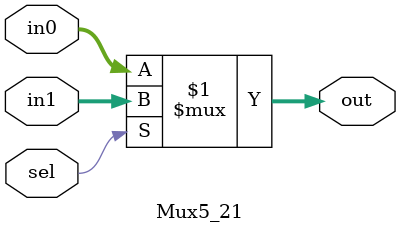
<source format=v>
`timescale 1ns/1ns
module Mux5_21 (in0, in1, sel, out);
input [4:0] in0, in1;
input sel;
 output [4:0] out;

assign out = sel ? in1 : in0;

endmodule

</source>
